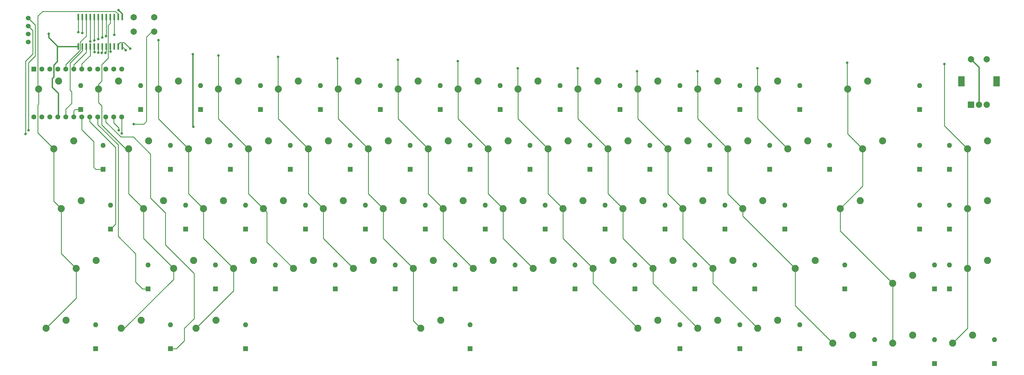
<source format=gbl>
%TF.GenerationSoftware,KiCad,Pcbnew,(6.0.8)*%
%TF.CreationDate,2023-10-10T00:17:19-07:00*%
%TF.ProjectId,CMKC65_R1,434d4b43-3635-45f5-9231-2e6b69636164,rev?*%
%TF.SameCoordinates,Original*%
%TF.FileFunction,Copper,L2,Bot*%
%TF.FilePolarity,Positive*%
%FSLAX46Y46*%
G04 Gerber Fmt 4.6, Leading zero omitted, Abs format (unit mm)*
G04 Created by KiCad (PCBNEW (6.0.8)) date 2023-10-10 00:17:19*
%MOMM*%
%LPD*%
G01*
G04 APERTURE LIST*
%TA.AperFunction,ComponentPad*%
%ADD10R,1.600000X1.600000*%
%TD*%
%TA.AperFunction,ComponentPad*%
%ADD11O,1.600000X1.600000*%
%TD*%
%TA.AperFunction,ComponentPad*%
%ADD12C,2.250000*%
%TD*%
%TA.AperFunction,ComponentPad*%
%ADD13R,2.000000X2.000000*%
%TD*%
%TA.AperFunction,ComponentPad*%
%ADD14C,2.000000*%
%TD*%
%TA.AperFunction,ComponentPad*%
%ADD15R,2.000000X3.200000*%
%TD*%
%TA.AperFunction,ComponentPad*%
%ADD16C,1.524000*%
%TD*%
%TA.AperFunction,SMDPad,CuDef*%
%ADD17R,0.600000X2.000000*%
%TD*%
%TA.AperFunction,ComponentPad*%
%ADD18C,1.600000*%
%TD*%
%TA.AperFunction,ViaPad*%
%ADD19C,0.800000*%
%TD*%
%TA.AperFunction,Conductor*%
%ADD20C,0.254000*%
%TD*%
%TA.AperFunction,Conductor*%
%ADD21C,0.381000*%
%TD*%
G04 APERTURE END LIST*
D10*
X34925000Y-49212500D03*
D11*
X34925000Y-41592500D03*
D10*
X53975000Y-49212500D03*
D11*
X53975000Y-41592500D03*
D10*
X73025000Y-49212500D03*
D11*
X73025000Y-41592500D03*
D10*
X92075000Y-49212500D03*
D11*
X92075000Y-41592500D03*
D10*
X111125000Y-49212500D03*
D11*
X111125000Y-41592500D03*
D10*
X130175000Y-49212500D03*
D11*
X130175000Y-41592500D03*
D10*
X149225000Y-49212500D03*
D11*
X149225000Y-41592500D03*
D10*
X168275000Y-49212500D03*
D11*
X168275000Y-41592500D03*
D10*
X187325000Y-49212500D03*
D11*
X187325000Y-41592500D03*
D10*
X206375000Y-49212500D03*
D11*
X206375000Y-41592500D03*
D10*
X225425000Y-49212500D03*
D11*
X225425000Y-41592500D03*
D10*
X244475000Y-49212500D03*
D11*
X244475000Y-41592500D03*
D10*
X263525000Y-49212500D03*
D11*
X263525000Y-41592500D03*
D10*
X301625000Y-49212500D03*
D11*
X301625000Y-41592500D03*
D10*
X42068750Y-68262500D03*
D11*
X42068750Y-60642500D03*
D10*
X63500000Y-68262500D03*
D11*
X63500000Y-60642500D03*
D10*
X82550000Y-68262500D03*
D11*
X82550000Y-60642500D03*
D10*
X101600000Y-68262500D03*
D11*
X101600000Y-60642500D03*
D10*
X120650000Y-68262500D03*
D11*
X120650000Y-60642500D03*
D10*
X139700000Y-68262500D03*
D11*
X139700000Y-60642500D03*
D10*
X158750000Y-68262500D03*
D11*
X158750000Y-60642500D03*
D10*
X177800000Y-68262500D03*
D11*
X177800000Y-60642500D03*
D10*
X196850000Y-68262500D03*
D11*
X196850000Y-60642500D03*
D10*
X215900000Y-68262500D03*
D11*
X215900000Y-60642500D03*
D10*
X234950000Y-68262500D03*
D11*
X234950000Y-60642500D03*
D10*
X254000000Y-68262500D03*
D11*
X254000000Y-60642500D03*
D10*
X273050000Y-68262500D03*
D11*
X273050000Y-60642500D03*
D10*
X301625000Y-68262500D03*
D11*
X301625000Y-60642500D03*
D10*
X311150000Y-68262500D03*
D11*
X311150000Y-60642500D03*
D10*
X44450000Y-87312500D03*
D11*
X44450000Y-79692500D03*
D10*
X68262500Y-87312500D03*
D11*
X68262500Y-79692500D03*
D10*
X87312500Y-87312500D03*
D11*
X87312500Y-79692500D03*
D10*
X106362500Y-87312500D03*
D11*
X106362500Y-79692500D03*
D10*
X125412500Y-87312500D03*
D11*
X125412500Y-79692500D03*
D10*
X144462500Y-87312500D03*
D11*
X144462500Y-79692500D03*
D10*
X163512500Y-87312500D03*
D11*
X163512500Y-79692500D03*
D10*
X182562500Y-87312500D03*
D11*
X182562500Y-79692500D03*
D10*
X201612500Y-87312500D03*
D11*
X201612500Y-79692500D03*
D10*
X220662500Y-87312500D03*
D11*
X220662500Y-79692500D03*
D10*
X239712500Y-87312500D03*
D11*
X239712500Y-79692500D03*
D10*
X258762500Y-87312500D03*
D11*
X258762500Y-79692500D03*
D10*
X301625000Y-87312500D03*
D11*
X301625000Y-79692500D03*
D10*
X311150000Y-87312500D03*
D11*
X311150000Y-79692500D03*
D10*
X56356250Y-106362500D03*
D11*
X56356250Y-98742500D03*
D10*
X77787500Y-106362500D03*
D11*
X77787500Y-98742500D03*
D10*
X96837500Y-106362500D03*
D11*
X96837500Y-98742500D03*
D10*
X115887500Y-106362500D03*
D11*
X115887500Y-98742500D03*
D10*
X134937500Y-106362500D03*
D11*
X134937500Y-98742500D03*
D10*
X153987500Y-106362500D03*
D11*
X153987500Y-98742500D03*
D10*
X173037500Y-106362500D03*
D11*
X173037500Y-98742500D03*
D10*
X192087500Y-106362500D03*
D11*
X192087500Y-98742500D03*
D10*
X211137500Y-106362500D03*
D11*
X211137500Y-98742500D03*
D10*
X230187500Y-106362500D03*
D11*
X230187500Y-98742500D03*
D10*
X249237500Y-106362500D03*
D11*
X249237500Y-98742500D03*
D10*
X277812500Y-106362500D03*
D11*
X277812500Y-98742500D03*
D10*
X306387500Y-106362500D03*
D11*
X306387500Y-98742500D03*
D10*
X311150000Y-106362500D03*
D11*
X311150000Y-98742500D03*
D10*
X39687500Y-125412500D03*
D11*
X39687500Y-117792500D03*
D10*
X63500000Y-125412500D03*
D11*
X63500000Y-117792500D03*
D10*
X87312500Y-125412500D03*
D11*
X87312500Y-117792500D03*
D10*
X158750000Y-125412500D03*
D11*
X158750000Y-117792500D03*
D10*
X225425000Y-125412500D03*
D11*
X225425000Y-117792500D03*
D10*
X244475000Y-125412500D03*
D11*
X244475000Y-117792500D03*
D10*
X263525000Y-125412500D03*
D11*
X263525000Y-117792500D03*
D10*
X287337500Y-130175000D03*
D11*
X287337500Y-122555000D03*
D10*
X306387500Y-130175000D03*
D11*
X306387500Y-122555000D03*
D10*
X325437500Y-130175000D03*
D11*
X325437500Y-122555000D03*
D12*
X197802500Y-99853750D03*
X204152500Y-97313750D03*
X216852500Y-99853750D03*
X223202500Y-97313750D03*
X212090000Y-42703750D03*
X218440000Y-40163750D03*
X40640000Y-42703750D03*
X46990000Y-40163750D03*
X59690000Y-42703750D03*
X66040000Y-40163750D03*
X78740000Y-42703750D03*
X85090000Y-40163750D03*
X97790000Y-42703750D03*
X104140000Y-40163750D03*
X116840000Y-42703750D03*
X123190000Y-40163750D03*
X135890000Y-42703750D03*
X142240000Y-40163750D03*
X154940000Y-42703750D03*
X161290000Y-40163750D03*
X173990000Y-42703750D03*
X180340000Y-40163750D03*
X193040000Y-42703750D03*
X199390000Y-40163750D03*
X245427500Y-80803750D03*
X251777500Y-78263750D03*
X231140000Y-42703750D03*
X237490000Y-40163750D03*
X235902500Y-99853750D03*
X242252500Y-97313750D03*
X226377500Y-80803750D03*
X232727500Y-78263750D03*
X250190000Y-42703750D03*
X256540000Y-40163750D03*
X240665000Y-61753750D03*
X247015000Y-59213750D03*
X283527500Y-61753750D03*
X289877500Y-59213750D03*
X259715000Y-61753750D03*
X266065000Y-59213750D03*
X54927500Y-80803750D03*
X61277500Y-78263750D03*
X140652500Y-99853750D03*
X147002500Y-97313750D03*
X278765000Y-42703750D03*
X285115000Y-40163750D03*
X102552500Y-99853750D03*
X108902500Y-97313750D03*
X28733750Y-80803750D03*
X35083750Y-78263750D03*
X93027500Y-80803750D03*
X99377500Y-78263750D03*
X316865000Y-61753750D03*
X323215000Y-59213750D03*
X293052500Y-123666250D03*
X299402500Y-121126250D03*
X88265000Y-61753750D03*
X94615000Y-59213750D03*
X316865000Y-99853750D03*
X323215000Y-97313750D03*
X276383750Y-80803750D03*
X282733750Y-78263750D03*
X21590000Y-42703750D03*
X27940000Y-40163750D03*
X112077500Y-80803750D03*
X118427500Y-78263750D03*
X231140000Y-118903750D03*
X237490000Y-116363750D03*
X131127500Y-80803750D03*
X137477500Y-78263750D03*
X150177500Y-80803750D03*
X156527500Y-78263750D03*
X316865000Y-80803750D03*
X323215000Y-78263750D03*
X183515000Y-61753750D03*
X189865000Y-59213750D03*
X169227500Y-80803750D03*
X175577500Y-78263750D03*
X188277500Y-80803750D03*
X194627500Y-78263750D03*
X207327500Y-80803750D03*
X213677500Y-78263750D03*
X71596250Y-118903750D03*
X77946250Y-116363750D03*
X23971250Y-118903750D03*
X30321250Y-116363750D03*
X274002500Y-123666250D03*
X280352500Y-121126250D03*
X33496250Y-99853750D03*
X39846250Y-97313750D03*
X178752500Y-99853750D03*
X185102500Y-97313750D03*
X159702500Y-99853750D03*
X166052500Y-97313750D03*
X202565000Y-61753750D03*
X208915000Y-59213750D03*
X221615000Y-61753750D03*
X227965000Y-59213750D03*
X50165000Y-61753750D03*
X56515000Y-59213750D03*
X107315000Y-61753750D03*
X113665000Y-59213750D03*
X212090000Y-118903750D03*
X218440000Y-116363750D03*
X250190000Y-118903750D03*
X256540000Y-116363750D03*
X312102500Y-123666250D03*
X318452500Y-121126250D03*
X262096250Y-99853750D03*
X268446250Y-97313750D03*
X73977500Y-80803750D03*
X80327500Y-78263750D03*
X143033750Y-118903750D03*
X149383750Y-116363750D03*
X126365000Y-61753750D03*
X132715000Y-59213750D03*
X26352500Y-61753750D03*
X32702500Y-59213750D03*
X164465000Y-61753750D03*
X170815000Y-59213750D03*
X293052500Y-104616250D03*
X299402500Y-102076250D03*
X121602500Y-99853750D03*
X127952500Y-97313750D03*
X69215000Y-61753750D03*
X75565000Y-59213750D03*
X47783750Y-118903750D03*
X54133750Y-116363750D03*
X83502500Y-99853750D03*
X89852500Y-97313750D03*
X145415000Y-61753750D03*
X151765000Y-59213750D03*
X64452500Y-99853750D03*
X70802500Y-97313750D03*
D13*
X318008000Y-47752000D03*
D14*
X323008000Y-47752000D03*
X320508000Y-47752000D03*
D15*
X326108000Y-40252000D03*
X314908000Y-40252000D03*
D14*
X323008000Y-33252000D03*
X318008000Y-33252000D03*
D16*
X18250000Y-20090000D03*
X18250000Y-22630000D03*
X18250000Y-25170000D03*
X18250000Y-27710000D03*
D14*
X51780000Y-19900000D03*
X58280000Y-19900000D03*
X51780000Y-24400000D03*
X58280000Y-24400000D03*
D17*
X34163000Y-19812000D03*
X35433000Y-19812000D03*
X36703000Y-19812000D03*
X37973000Y-19812000D03*
X39243000Y-19812000D03*
X40513000Y-19812000D03*
X41783000Y-19812000D03*
X43053000Y-19812000D03*
X44323000Y-19812000D03*
X45593000Y-19812000D03*
X46863000Y-19812000D03*
X48133000Y-19812000D03*
X48133000Y-29212000D03*
X46863000Y-29212000D03*
X45593000Y-29212000D03*
X44323000Y-29212000D03*
X43053000Y-29212000D03*
X41783000Y-29212000D03*
X40513000Y-29212000D03*
X39243000Y-29212000D03*
X37973000Y-29212000D03*
X36703000Y-29212000D03*
X35433000Y-29212000D03*
X34163000Y-29212000D03*
D10*
X20060000Y-36410000D03*
D18*
X22600000Y-36410000D03*
X25140000Y-36410000D03*
X27680000Y-36410000D03*
X30220000Y-36410000D03*
X32760000Y-36410000D03*
X35300000Y-36410000D03*
X37840000Y-36410000D03*
X40380000Y-36410000D03*
X42920000Y-36410000D03*
X45460000Y-36410000D03*
X48000000Y-36410000D03*
X48000000Y-51650000D03*
X45460000Y-51650000D03*
X42920000Y-51650000D03*
X40380000Y-51650000D03*
X37840000Y-51650000D03*
X35300000Y-51650000D03*
X32760000Y-51650000D03*
X30220000Y-51650000D03*
X27680000Y-51650000D03*
X25140000Y-51650000D03*
X22600000Y-51650000D03*
X20060000Y-51650000D03*
D19*
X41668134Y-31229866D03*
X173863000Y-36137970D03*
X42799000Y-31238960D03*
X192913000Y-36137970D03*
X39370000Y-30988000D03*
X211836000Y-37045990D03*
X45593000Y-25415959D03*
X59690000Y-27153370D03*
X42968999Y-25869969D03*
X78740000Y-32052380D03*
X97663000Y-32505890D03*
X41783000Y-26323979D03*
X116586000Y-32959900D03*
X40513000Y-26777989D03*
X39243000Y-27231999D03*
X135763000Y-33413910D03*
X37973000Y-27559000D03*
X154813000Y-33867920D03*
X231013000Y-37045990D03*
X40519067Y-31108933D03*
X250063000Y-36137970D03*
X50673000Y-29845000D03*
X49276000Y-30330940D03*
X278638000Y-34305980D03*
X309499000Y-34759990D03*
X44422999Y-30784950D03*
X70612000Y-31597870D03*
X46941767Y-17592633D03*
X70739000Y-54737000D03*
X51770000Y-53900000D03*
X24765000Y-25146000D03*
X35438714Y-24861286D03*
X34160000Y-24610000D03*
X48000000Y-56870000D03*
X17440000Y-57050000D03*
X18380000Y-55840000D03*
X47010000Y-55840000D03*
D20*
X32760000Y-49590000D02*
X33150000Y-49200000D01*
X32760000Y-51650000D02*
X32760000Y-49590000D01*
X33162500Y-49212500D02*
X34925000Y-49212500D01*
X33150000Y-49200000D02*
X33162500Y-49212500D01*
X35300000Y-55700000D02*
X39060000Y-59460000D01*
X39682500Y-68262500D02*
X42068750Y-68262500D01*
X39060000Y-67640000D02*
X39682500Y-68262500D01*
X35300000Y-51650000D02*
X35300000Y-55700000D01*
X39060000Y-59460000D02*
X39060000Y-67640000D01*
X46030000Y-61330000D02*
X46030000Y-85732500D01*
X46030000Y-85732500D02*
X44450000Y-87312500D01*
X37840000Y-51650000D02*
X37840000Y-53140000D01*
X37840000Y-53140000D02*
X46030000Y-61330000D01*
X46880000Y-60540000D02*
X46880000Y-89640000D01*
X54622500Y-106362500D02*
X56356250Y-106362500D01*
X40380000Y-54040000D02*
X46880000Y-60540000D01*
X52420000Y-95180000D02*
X52420000Y-104160000D01*
X46880000Y-89640000D02*
X52420000Y-95180000D01*
X40380000Y-51650000D02*
X40380000Y-54040000D01*
X52420000Y-104160000D02*
X54622500Y-106362500D01*
X67860000Y-122920000D02*
X65367500Y-125412500D01*
X51690000Y-58000000D02*
X57150000Y-63460000D01*
X61880000Y-92360000D02*
X70980000Y-101460000D01*
X57150000Y-77460000D02*
X61880000Y-82190000D01*
X65367500Y-125412500D02*
X63500000Y-125412500D01*
X70980000Y-101460000D02*
X70980000Y-115830000D01*
X67860000Y-118950000D02*
X67860000Y-122920000D01*
X42920000Y-51650000D02*
X42920000Y-53230000D01*
X61880000Y-82190000D02*
X61880000Y-92360000D01*
X47690000Y-58000000D02*
X51690000Y-58000000D01*
X70980000Y-115830000D02*
X67860000Y-118950000D01*
X42920000Y-53230000D02*
X47690000Y-58000000D01*
X57150000Y-63460000D02*
X57150000Y-77460000D01*
X41783000Y-29212000D02*
X41783000Y-31115000D01*
X197802500Y-99853750D02*
X197802500Y-104616250D01*
X188277500Y-80803750D02*
X188277500Y-90328750D01*
X173863000Y-36137970D02*
X173863000Y-42576750D01*
X197802500Y-104616250D02*
X212090000Y-118903750D01*
X173990000Y-52228750D02*
X183515000Y-61753750D01*
X183515000Y-76041250D02*
X188277500Y-80803750D01*
X183515000Y-61753750D02*
X183515000Y-76041250D01*
X173990000Y-42703750D02*
X173990000Y-52228750D01*
X173863000Y-42576750D02*
X173990000Y-42703750D01*
X41783000Y-31115000D02*
X41668134Y-31229866D01*
X188277500Y-90328750D02*
X197802500Y-99853750D01*
X216852500Y-104616250D02*
X231140000Y-118903750D01*
X207327500Y-90328750D02*
X216852500Y-99853750D01*
X43053000Y-29212000D02*
X43053000Y-30984960D01*
X202565000Y-76041250D02*
X207327500Y-80803750D01*
X207327500Y-80803750D02*
X207327500Y-90328750D01*
X193040000Y-42703750D02*
X193040000Y-52228750D01*
X193040000Y-52228750D02*
X202565000Y-61753750D01*
X43053000Y-30984960D02*
X42799000Y-31238960D01*
X192913000Y-42576750D02*
X193040000Y-42703750D01*
X192913000Y-36137970D02*
X192913000Y-42576750D01*
X216852500Y-99853750D02*
X216852500Y-104616250D01*
X202565000Y-61753750D02*
X202565000Y-76041250D01*
X211836000Y-42449750D02*
X212090000Y-42703750D01*
X212090000Y-52228750D02*
X221615000Y-61753750D01*
X226377500Y-90328750D02*
X235902500Y-99853750D01*
X221615000Y-76041250D02*
X226377500Y-80803750D01*
X226377500Y-80803750D02*
X226377500Y-90328750D01*
X221615000Y-61753750D02*
X221615000Y-76041250D01*
X211836000Y-37045990D02*
X211836000Y-42449750D01*
X235902500Y-99853750D02*
X235902500Y-104616250D01*
X235902500Y-104616250D02*
X250190000Y-118903750D01*
X39243000Y-29212000D02*
X39243000Y-30861000D01*
X212090000Y-42703750D02*
X212090000Y-52228750D01*
X39243000Y-30861000D02*
X39370000Y-30988000D01*
X41630000Y-48020000D02*
X41630000Y-54160000D01*
X40640000Y-47030000D02*
X41630000Y-48020000D01*
X50165000Y-76041250D02*
X54991000Y-80867250D01*
X44323000Y-19812000D02*
X44323000Y-21777000D01*
X54927500Y-80803750D02*
X54927500Y-90328750D01*
X64452500Y-99853750D02*
X64452500Y-103314500D01*
X49223750Y-61753750D02*
X50165000Y-61753750D01*
X54927500Y-90328750D02*
X64452500Y-99853750D01*
X41630000Y-54160000D02*
X49223750Y-61753750D01*
X44323000Y-21777000D02*
X43695999Y-22404001D01*
X41670000Y-40200000D02*
X40640000Y-41230000D01*
X40640000Y-42703750D02*
X40640000Y-47030000D01*
X43695999Y-22404001D02*
X43695999Y-32914001D01*
X48863250Y-118903750D02*
X47783750Y-118903750D01*
X64452500Y-103314500D02*
X48863250Y-118903750D01*
X40640000Y-41230000D02*
X40640000Y-42703750D01*
X41670000Y-34940000D02*
X41670000Y-40200000D01*
X43695999Y-32914001D02*
X41670000Y-34940000D01*
X50165000Y-61753750D02*
X50165000Y-76041250D01*
X69215000Y-61753750D02*
X69215000Y-76041250D01*
X73977500Y-90328750D02*
X83502500Y-99853750D01*
X73977500Y-80803750D02*
X73977500Y-90328750D01*
X59690000Y-27153370D02*
X59690000Y-42703750D01*
X59690000Y-42703750D02*
X59690000Y-52228750D01*
X59690000Y-52228750D02*
X69215000Y-61753750D01*
X45593000Y-19812000D02*
X45593000Y-25415959D01*
X83502500Y-99853750D02*
X83502500Y-106997500D01*
X69215000Y-76041250D02*
X73977500Y-80803750D01*
X83502500Y-106997500D02*
X71596250Y-118903750D01*
X43053000Y-19812000D02*
X43053000Y-25785968D01*
X78740000Y-32052380D02*
X78740000Y-42703750D01*
X94152499Y-91453749D02*
X102552500Y-99853750D01*
X78740000Y-42703750D02*
X78740000Y-52228750D01*
X88265000Y-61753750D02*
X88265000Y-76041250D01*
X94152499Y-81928749D02*
X94152499Y-91453749D01*
X43053000Y-25785968D02*
X42968999Y-25869969D01*
X88265000Y-76041250D02*
X93027500Y-80803750D01*
X78740000Y-52228750D02*
X88265000Y-61753750D01*
X93027500Y-80803750D02*
X94152499Y-81928749D01*
X97663000Y-32505890D02*
X97663000Y-42576750D01*
X107315000Y-61753750D02*
X107315000Y-76041250D01*
X112077500Y-90328750D02*
X121602500Y-99853750D01*
X97790000Y-42703750D02*
X97790000Y-52228750D01*
X112077500Y-80803750D02*
X112077500Y-90328750D01*
X97790000Y-52228750D02*
X107315000Y-61753750D01*
X41783000Y-19812000D02*
X41783000Y-26323979D01*
X107315000Y-76041250D02*
X112077500Y-80803750D01*
X97663000Y-42576750D02*
X97790000Y-42703750D01*
X126365000Y-61753750D02*
X126365000Y-76041250D01*
X116840000Y-42703750D02*
X116840000Y-52228750D01*
X140652500Y-99853750D02*
X140652500Y-116522500D01*
X140652500Y-116522500D02*
X143033750Y-118903750D01*
X131127500Y-90328750D02*
X140652500Y-99853750D01*
X116586000Y-32959900D02*
X116586000Y-42449750D01*
X131127500Y-80803750D02*
X131127500Y-90328750D01*
X116840000Y-52228750D02*
X126365000Y-61753750D01*
X40513000Y-19812000D02*
X40513000Y-26777989D01*
X116586000Y-42449750D02*
X116840000Y-42703750D01*
X126365000Y-76041250D02*
X131127500Y-80803750D01*
X145415000Y-61753750D02*
X145415000Y-76041250D01*
X150177500Y-80803750D02*
X150177500Y-90328750D01*
X39243000Y-19812000D02*
X39243000Y-27231999D01*
X135763000Y-33413910D02*
X135763000Y-42576750D01*
X135890000Y-42703750D02*
X135890000Y-52228750D01*
X145415000Y-76041250D02*
X150177500Y-80803750D01*
X135763000Y-42576750D02*
X135890000Y-42703750D01*
X135890000Y-52228750D02*
X145415000Y-61753750D01*
X150177500Y-90328750D02*
X159702500Y-99853750D01*
X169227500Y-80803750D02*
X169227500Y-90328750D01*
X154940000Y-42703750D02*
X154940000Y-52228750D01*
X164465000Y-76041250D02*
X169227500Y-80803750D01*
X154940000Y-52228750D02*
X164465000Y-61753750D01*
X164465000Y-61753750D02*
X164465000Y-76041250D01*
X169227500Y-90328750D02*
X178752500Y-99853750D01*
X154813000Y-42576750D02*
X154940000Y-42703750D01*
X154813000Y-33867920D02*
X154813000Y-42576750D01*
X37973000Y-19812000D02*
X37973000Y-27559000D01*
X40513000Y-31102866D02*
X40519067Y-31108933D01*
X245427500Y-80803750D02*
X245427500Y-83185000D01*
X240665000Y-61753750D02*
X240665000Y-76041250D01*
X231140000Y-52228750D02*
X240665000Y-61753750D01*
X231140000Y-42703750D02*
X231140000Y-52228750D01*
X231013000Y-42576750D02*
X231140000Y-42703750D01*
X40513000Y-29212000D02*
X40513000Y-31102866D01*
X262096250Y-99853750D02*
X262096250Y-111760000D01*
X240665000Y-76041250D02*
X245427500Y-80803750D01*
X262096250Y-111760000D02*
X274002500Y-123666250D01*
X231013000Y-37045990D02*
X231013000Y-42576750D01*
X245427500Y-83185000D02*
X262096250Y-99853750D01*
X47490001Y-27884999D02*
X48712999Y-27884999D01*
X250190000Y-42703750D02*
X250190000Y-52228750D01*
X250063000Y-36137970D02*
X250063000Y-42576750D01*
X48712999Y-27884999D02*
X50673000Y-29845000D01*
X250190000Y-52228750D02*
X259715000Y-61753750D01*
X250063000Y-42576750D02*
X250190000Y-42703750D01*
X46863000Y-28512000D02*
X47490001Y-27884999D01*
X46863000Y-29212000D02*
X46863000Y-28512000D01*
X276383750Y-87947500D02*
X293052500Y-104616250D01*
X283527500Y-61753750D02*
X283527500Y-73660000D01*
X48157060Y-29212000D02*
X49276000Y-30330940D01*
X278638000Y-34305980D02*
X278638000Y-42576750D01*
X293052500Y-123666250D02*
X293052500Y-104616250D01*
X48133000Y-29212000D02*
X48157060Y-29212000D01*
X283527500Y-73660000D02*
X276383750Y-80803750D01*
X276383750Y-80803750D02*
X276383750Y-87947500D01*
X278638000Y-42576750D02*
X278765000Y-42703750D01*
X278765000Y-56991250D02*
X283527500Y-61753750D01*
X278765000Y-42703750D02*
X278765000Y-56991250D01*
X33496250Y-99853750D02*
X33496250Y-109378750D01*
X21270000Y-47800000D02*
X21270000Y-56671250D01*
X28733750Y-80803750D02*
X28733750Y-95091250D01*
X21590000Y-42703750D02*
X21590000Y-47480000D01*
X21330000Y-42443750D02*
X21590000Y-42703750D01*
X46863000Y-19812000D02*
X46863000Y-18883000D01*
X33496250Y-109378750D02*
X23971250Y-118903750D01*
X21590000Y-47480000D02*
X21270000Y-47800000D01*
X22810000Y-17990000D02*
X21330000Y-19470000D01*
X21330000Y-19470000D02*
X21330000Y-42443750D01*
X21270000Y-56671250D02*
X26352500Y-61753750D01*
X26352500Y-61753750D02*
X26352500Y-78422500D01*
X26352500Y-78422500D02*
X28733750Y-80803750D01*
X28733750Y-95091250D02*
X33496250Y-99853750D01*
X46863000Y-18883000D02*
X45970000Y-17990000D01*
X45970000Y-17990000D02*
X22810000Y-17990000D01*
X316865000Y-61753750D02*
X316865000Y-118903750D01*
X309499000Y-54387750D02*
X316865000Y-61753750D01*
X44323000Y-29212000D02*
X44323000Y-30684951D01*
X309499000Y-34759990D02*
X309499000Y-54387750D01*
X316865000Y-118903750D02*
X312102500Y-123666250D01*
X44323000Y-30684951D02*
X44422999Y-30784950D01*
D21*
X320508000Y-47752000D02*
X320508000Y-35752000D01*
X70612000Y-31597870D02*
X70612000Y-54610000D01*
X70612000Y-54610000D02*
X70739000Y-54737000D01*
X46941767Y-17592633D02*
X48133000Y-18783866D01*
X320508000Y-35752000D02*
X318008000Y-33252000D01*
X48133000Y-18783866D02*
X48133000Y-19812000D01*
D20*
X57960000Y-24080000D02*
X55880000Y-26160000D01*
X54980000Y-53900000D02*
X51770000Y-53900000D01*
X55880000Y-26160000D02*
X55880000Y-53000000D01*
X55880000Y-53000000D02*
X54980000Y-53900000D01*
D21*
X27860000Y-51470000D02*
X27680000Y-51650000D01*
X27510000Y-33920000D02*
X26370000Y-35060000D01*
X27510000Y-29020000D02*
X27702000Y-29212000D01*
X27702000Y-29212000D02*
X34163000Y-29212000D01*
X27510000Y-29020000D02*
X27510000Y-33920000D01*
X24765000Y-25146000D02*
X24765000Y-26275000D01*
X27860000Y-44090000D02*
X27860000Y-51470000D01*
X26370000Y-38870000D02*
X25870000Y-39370000D01*
X25870000Y-42100000D02*
X27860000Y-44090000D01*
X25870000Y-39370000D02*
X25870000Y-42100000D01*
X24765000Y-26275000D02*
X27510000Y-29020000D01*
X26370000Y-35060000D02*
X26370000Y-38870000D01*
D20*
X35433000Y-29212000D02*
X35433000Y-30527000D01*
X32050000Y-47250000D02*
X30220000Y-49080000D01*
X31540000Y-34420000D02*
X31540000Y-43020000D01*
X31540000Y-43020000D02*
X32050000Y-43530000D01*
X35433000Y-30527000D02*
X31540000Y-34420000D01*
X30220000Y-49080000D02*
X30220000Y-51650000D01*
X32050000Y-43530000D02*
X32050000Y-47250000D01*
X36703000Y-29212000D02*
X36703000Y-31069053D01*
X36703000Y-31069053D02*
X32760000Y-35012053D01*
X32760000Y-35012053D02*
X32760000Y-36410000D01*
X37973000Y-32017000D02*
X35300000Y-34690000D01*
X37973000Y-29212000D02*
X37973000Y-32017000D01*
X35300000Y-34690000D02*
X35300000Y-36410000D01*
X34790000Y-30360000D02*
X30490000Y-34660000D01*
X30490000Y-34660000D02*
X30480000Y-34660000D01*
X34790000Y-27770000D02*
X34790000Y-30360000D01*
X30220000Y-34920000D02*
X30220000Y-36410000D01*
X30480000Y-34660000D02*
X30220000Y-34920000D01*
X36703000Y-19812000D02*
X36703000Y-25857000D01*
X36703000Y-25857000D02*
X34790000Y-27770000D01*
X35433000Y-24855572D02*
X35433000Y-19812000D01*
X35438714Y-24861286D02*
X35433000Y-24855572D01*
X34163000Y-19812000D02*
X34163000Y-24607000D01*
X34163000Y-24607000D02*
X34160000Y-24610000D01*
X17440000Y-34020000D02*
X17440000Y-57050000D01*
X17350000Y-33930000D02*
X17440000Y-34020000D01*
X18250000Y-22630000D02*
X19730000Y-24110000D01*
X19730000Y-31550000D02*
X17350000Y-33930000D01*
X19730000Y-24110000D02*
X19730000Y-31550000D01*
X48000000Y-51650000D02*
X48000000Y-56870000D01*
X45460000Y-53490000D02*
X47010000Y-55040000D01*
X18370000Y-55820000D02*
X18370000Y-55830000D01*
X18370000Y-55830000D02*
X18380000Y-55840000D01*
X45460000Y-51650000D02*
X45460000Y-53490000D01*
X20490000Y-22330000D02*
X20490000Y-32220000D01*
X18370000Y-34340000D02*
X18370000Y-55820000D01*
X47010000Y-55040000D02*
X47010000Y-55840000D01*
X20490000Y-32220000D02*
X18370000Y-34340000D01*
X18250000Y-20090000D02*
X20490000Y-22330000D01*
M02*

</source>
